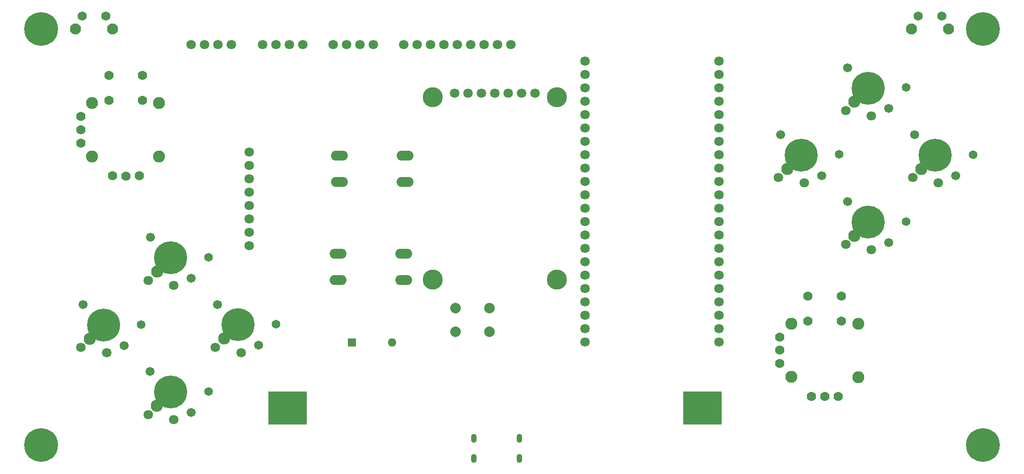
<source format=gbr>
%TF.GenerationSoftware,KiCad,Pcbnew,8.0.6*%
%TF.CreationDate,2025-01-24T00:07:20+07:00*%
%TF.ProjectId,esp_gamepad_v2,6573705f-6761-46d6-9570-61645f76322e,rev?*%
%TF.SameCoordinates,Original*%
%TF.FileFunction,Soldermask,Bot*%
%TF.FilePolarity,Negative*%
%FSLAX46Y46*%
G04 Gerber Fmt 4.6, Leading zero omitted, Abs format (unit mm)*
G04 Created by KiCad (PCBNEW 8.0.6) date 2025-01-24 00:07:20*
%MOMM*%
%LPD*%
G01*
G04 APERTURE LIST*
%ADD10C,3.800000*%
%ADD11C,1.800000*%
%ADD12C,1.701800*%
%ADD13C,6.250000*%
%ADD14C,2.300000*%
%ADD15C,1.650000*%
%ADD16O,3.200000X1.900000*%
%ADD17C,2.000000*%
%ADD18C,2.100000*%
%ADD19C,1.750000*%
%ADD20O,1.100000X1.700000*%
%ADD21C,6.400000*%
%ADD22C,1.778000*%
%ADD23C,2.286000*%
%ADD24R,1.600000X1.600000*%
%ADD25O,1.600000X1.600000*%
%ADD26R,7.340000X6.350000*%
G04 APERTURE END LIST*
D10*
%TO.C,U1*%
X139710000Y-59970000D03*
X139710000Y-94570000D03*
D11*
X143855000Y-59160000D03*
D10*
X163240000Y-59970000D03*
X163240000Y-94570000D03*
D11*
X146395000Y-59160000D03*
X148935000Y-59160000D03*
X151475000Y-59160000D03*
X154015000Y-59160000D03*
X156555000Y-59160000D03*
X159095000Y-59160000D03*
%TD*%
%TO.C,U4*%
X104950000Y-70370000D03*
X104950000Y-72910000D03*
X104950000Y-75450000D03*
X104950000Y-77990000D03*
X104950000Y-80530000D03*
X104950000Y-83070000D03*
X104950000Y-85610000D03*
X104950000Y-88150000D03*
%TD*%
%TO.C,J3*%
X134180000Y-50000000D03*
X136720000Y-50000000D03*
X139260000Y-50000000D03*
X141800000Y-50000000D03*
X144340000Y-50000000D03*
X146880000Y-50000000D03*
X149420000Y-50000000D03*
X151960000Y-50000000D03*
X154500000Y-50000000D03*
%TD*%
%TO.C,J1*%
X93940000Y-50000000D03*
X96480000Y-50000000D03*
X99020000Y-50000000D03*
X101560000Y-50000000D03*
%TD*%
D12*
%TO.C,SW7*%
X218403092Y-79764571D03*
D13*
X222292179Y-83653658D03*
D14*
X219675884Y-86269953D03*
D15*
X229469313Y-83547592D03*
D12*
X226181266Y-87542745D03*
D11*
X218014183Y-87931654D03*
X222879078Y-88907461D03*
%TD*%
D16*
%TO.C,SW12*%
X121750000Y-89660000D03*
X134250000Y-89660000D03*
X121750000Y-94660000D03*
X134250000Y-94660000D03*
%TD*%
D12*
%TO.C,SW10*%
X86168436Y-86554327D03*
D13*
X90057523Y-90443414D03*
D14*
X87441228Y-93059709D03*
D15*
X97234657Y-90337348D03*
D12*
X93946610Y-94332501D03*
D11*
X85779527Y-94721410D03*
X90644422Y-95697217D03*
%TD*%
D17*
%TO.C,SW13*%
X150500000Y-104500000D03*
X144000000Y-104500000D03*
X150500000Y-100000000D03*
X144000000Y-100000000D03*
%TD*%
D18*
%TO.C,SW1*%
X71995000Y-46990000D03*
X79005000Y-46990000D03*
D19*
X73245000Y-44500000D03*
X77745000Y-44500000D03*
%TD*%
D18*
%TO.C,SW2*%
X230512767Y-46989995D03*
X237522767Y-46989995D03*
D19*
X231762767Y-44499995D03*
X236262767Y-44499995D03*
%TD*%
D12*
%TO.C,SW9*%
X98896358Y-99282249D03*
D13*
X102785445Y-103171336D03*
D14*
X100169150Y-105787631D03*
D15*
X109962579Y-103065270D03*
D12*
X106674532Y-107060423D03*
D11*
X98507449Y-107449332D03*
X103372344Y-108425139D03*
%TD*%
D12*
%TO.C,SW3*%
X218382991Y-54328828D03*
D13*
X222272078Y-58217915D03*
D14*
X219655783Y-60834210D03*
D15*
X229449212Y-58111849D03*
D12*
X226161165Y-62107002D03*
D11*
X217994082Y-62495911D03*
X222858977Y-63471718D03*
%TD*%
D20*
%TO.C,P1*%
X147480000Y-124700000D03*
X147480000Y-128500000D03*
X156120000Y-124700000D03*
X156120000Y-128500000D03*
%TD*%
D21*
%TO.C,H3*%
X65500000Y-126000000D03*
%TD*%
D11*
%TO.C,U2*%
X168600000Y-53080000D03*
X168600000Y-55620000D03*
X168600000Y-58160000D03*
X168600000Y-60700000D03*
X168600000Y-63240000D03*
X168600000Y-65780000D03*
X168600000Y-68320000D03*
X168600000Y-70860000D03*
X168600000Y-73400000D03*
X168600000Y-75940000D03*
X168600000Y-78480000D03*
X168600000Y-81020000D03*
X168600000Y-83560000D03*
X168600000Y-86100000D03*
X168600000Y-88640000D03*
X168600000Y-91180000D03*
X168600000Y-93720000D03*
X168600000Y-96260000D03*
X168600000Y-98800000D03*
X168600000Y-101340000D03*
X168600000Y-103880000D03*
X168600000Y-106420000D03*
X194000000Y-106420000D03*
X194000000Y-103880000D03*
X194000000Y-101340000D03*
X194000000Y-98800000D03*
X194000000Y-96260000D03*
X194000000Y-93720000D03*
X194000000Y-91180000D03*
X194000000Y-88640000D03*
X194000000Y-86100000D03*
X194000000Y-83560000D03*
X194000000Y-81020000D03*
X194000000Y-78480000D03*
X194000000Y-75940000D03*
X194000000Y-73400000D03*
X194000000Y-70860000D03*
X194000000Y-68320000D03*
X194000000Y-65780000D03*
X194000000Y-63240000D03*
X194000000Y-60700000D03*
X194000000Y-58160000D03*
X194000000Y-55620000D03*
X194000000Y-53080000D03*
%TD*%
D21*
%TO.C,H1*%
X65500000Y-47000000D03*
%TD*%
D12*
%TO.C,SW14*%
X86133080Y-112045527D03*
D13*
X90022167Y-115934614D03*
D14*
X87405872Y-118550909D03*
D15*
X97199301Y-115828548D03*
D12*
X93911254Y-119823701D03*
D11*
X85744171Y-120212610D03*
X90609066Y-121188417D03*
%TD*%
D21*
%TO.C,H4*%
X244000000Y-126000000D03*
%TD*%
D16*
%TO.C,SW4*%
X134500000Y-76000000D03*
X122000000Y-76000000D03*
X134500000Y-71000000D03*
X122000000Y-71000000D03*
%TD*%
D12*
%TO.C,SW5*%
X205675170Y-67036649D03*
D13*
X209564257Y-70925736D03*
D14*
X206947962Y-73542031D03*
D15*
X216741391Y-70819670D03*
D12*
X213453344Y-74814823D03*
D11*
X205286261Y-75203732D03*
X210151156Y-76179539D03*
%TD*%
D22*
%TO.C,U6*%
X210864845Y-97680200D03*
X217214845Y-97700000D03*
X210864845Y-102420200D03*
X217224845Y-102440200D03*
X211514845Y-116750000D03*
X214054845Y-116770000D03*
X216594845Y-116750000D03*
D23*
X207689845Y-102935200D03*
X207689845Y-113065200D03*
X220389845Y-113080000D03*
X220389845Y-102920000D03*
D22*
X205539845Y-105460000D03*
X205524845Y-107985200D03*
X205524845Y-110525200D03*
%TD*%
D12*
%TO.C,SW8*%
X73405158Y-99317605D03*
D13*
X77294245Y-103206692D03*
D14*
X74677950Y-105822987D03*
D15*
X84471379Y-103100626D03*
D12*
X81183332Y-107095779D03*
D11*
X73016249Y-107484688D03*
X77881144Y-108460495D03*
%TD*%
%TO.C,J4*%
X120860000Y-50000000D03*
X123400000Y-50000000D03*
X125940000Y-50000000D03*
X128480000Y-50000000D03*
%TD*%
D22*
%TO.C,U3*%
X78325000Y-55805000D03*
X84675000Y-55824800D03*
X78325000Y-60545000D03*
X84685000Y-60565000D03*
X78975000Y-74874800D03*
X81515000Y-74894800D03*
X84055000Y-74874800D03*
D23*
X75150000Y-61060000D03*
X75150000Y-71190000D03*
X87850000Y-71204800D03*
X87850000Y-61044800D03*
D22*
X73000000Y-63584800D03*
X72985000Y-66110000D03*
X72985000Y-68650000D03*
%TD*%
D21*
%TO.C,H2*%
X244000000Y-47000000D03*
%TD*%
D11*
%TO.C,J2*%
X107440000Y-50000000D03*
X109980000Y-50000000D03*
X112520000Y-50000000D03*
X115060000Y-50000000D03*
%TD*%
D12*
%TO.C,SW6*%
X231110913Y-67056750D03*
D13*
X235000000Y-70945837D03*
D14*
X232383705Y-73562132D03*
D15*
X242177134Y-70839771D03*
D12*
X238889087Y-74834924D03*
D11*
X230722004Y-75223833D03*
X235586899Y-76199640D03*
%TD*%
D24*
%TO.C,SW11*%
X124380000Y-106500000D03*
D25*
X132000000Y-106500000D03*
%TD*%
D26*
%TO.C,BT1*%
X190830000Y-119000000D03*
X112170000Y-119000000D03*
%TD*%
M02*

</source>
